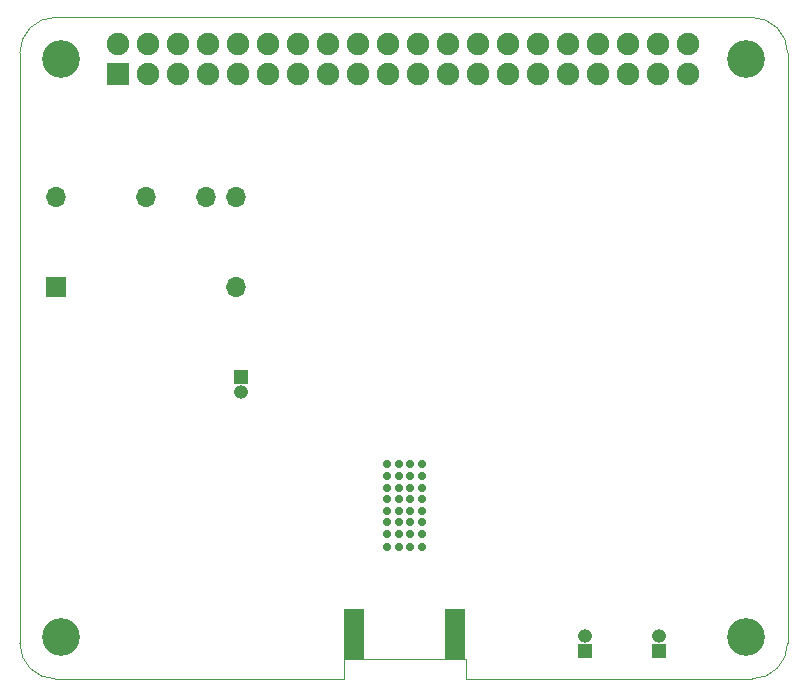
<source format=gbr>
G04 #@! TF.GenerationSoftware,KiCad,Pcbnew,5.0.0-fee4fd1~66~ubuntu18.04.1*
G04 #@! TF.CreationDate,2018-11-03T07:12:00+00:00*
G04 #@! TF.ProjectId,DDS-hat,4444532D6861742E6B696361645F7063,rev?*
G04 #@! TF.SameCoordinates,Original*
G04 #@! TF.FileFunction,Soldermask,Bot*
G04 #@! TF.FilePolarity,Negative*
%FSLAX46Y46*%
G04 Gerber Fmt 4.6, Leading zero omitted, Abs format (unit mm)*
G04 Created by KiCad (PCBNEW 5.0.0-fee4fd1~66~ubuntu18.04.1) date Sat Nov  3 07:12:00 2018*
%MOMM*%
%LPD*%
G01*
G04 APERTURE LIST*
%ADD10C,0.100000*%
%ADD11R,1.200000X1.200000*%
%ADD12O,1.200000X1.200000*%
%ADD13O,1.700000X1.700000*%
%ADD14R,1.700000X1.700000*%
%ADD15R,1.700000X4.200000*%
%ADD16C,0.700000*%
%ADD17R,1.900000X1.900000*%
%ADD18O,1.900000X1.900000*%
%ADD19C,3.200000*%
G04 APERTURE END LIST*
D10*
X116300000Y-116820000D02*
X140546356Y-116817611D01*
X105960000Y-115110000D02*
X105960000Y-116817611D01*
X116300000Y-115110000D02*
X116300000Y-116820000D01*
X105960000Y-115110000D02*
X116300000Y-115110000D01*
X78546356Y-63817611D02*
X78546356Y-113817611D01*
X78546356Y-63817611D02*
G75*
G02X81546356Y-60817611I3000000J0D01*
G01*
X140546356Y-60817611D02*
X81546356Y-60817611D01*
X140546356Y-60817611D02*
G75*
G02X143546356Y-63817611I0J-3000000D01*
G01*
X143546356Y-113817611D02*
X143546356Y-63817611D01*
X81546356Y-116817611D02*
G75*
G02X78546356Y-113817611I0J3000000D01*
G01*
X81546356Y-116817611D02*
X105960000Y-116820000D01*
X143546351Y-113822847D02*
G75*
G02X140546356Y-116817611I-2999995J5236D01*
G01*
D11*
G04 #@! TO.C,J2*
X126380000Y-114430000D03*
D12*
X126380000Y-113160000D03*
G04 #@! TD*
G04 #@! TO.C,J5*
X97290000Y-92500000D03*
D11*
X97290000Y-91230000D03*
G04 #@! TD*
G04 #@! TO.C,J6*
X132640000Y-114440000D03*
D12*
X132640000Y-113170000D03*
G04 #@! TD*
D13*
G04 #@! TO.C,U4*
X81650000Y-76060000D03*
X96890000Y-83680000D03*
X89270000Y-76060000D03*
X94350000Y-76060000D03*
X96890000Y-76060000D03*
D14*
X81650000Y-83680000D03*
G04 #@! TD*
D15*
G04 #@! TO.C,J3*
X106860000Y-113040000D03*
X115360000Y-113040000D03*
G04 #@! TD*
D16*
G04 #@! TO.C,U5*
X110620000Y-101630000D03*
X111620000Y-101630000D03*
X110620000Y-102630000D03*
X111620000Y-102630000D03*
X111620000Y-104530000D03*
X110620000Y-104530000D03*
X110620000Y-103530000D03*
X111620000Y-103530000D03*
X109620000Y-102630000D03*
X109620000Y-104530000D03*
X109620000Y-103530000D03*
X109620000Y-101630000D03*
X112620000Y-101630000D03*
X112620000Y-104530000D03*
X112620000Y-102630000D03*
X112620000Y-103530000D03*
X111620000Y-100630000D03*
X112620000Y-100630000D03*
X109620000Y-99630000D03*
X110620000Y-100630000D03*
X112620000Y-99630000D03*
X109620000Y-100630000D03*
X110620000Y-99630000D03*
X111620000Y-99630000D03*
X112620000Y-98630000D03*
X111620000Y-98630000D03*
X109620000Y-98630000D03*
X110620000Y-98630000D03*
X110620000Y-105630000D03*
X109620000Y-105630000D03*
X112620000Y-105630000D03*
X111620000Y-105630000D03*
G04 #@! TD*
D17*
G04 #@! TO.C,J1*
X86890000Y-65610000D03*
D18*
X86890000Y-63070000D03*
X89430000Y-65610000D03*
X89430000Y-63070000D03*
X91970000Y-65610000D03*
X91970000Y-63070000D03*
X94510000Y-65610000D03*
X94510000Y-63070000D03*
X97050000Y-65610000D03*
X97050000Y-63070000D03*
X99590000Y-65610000D03*
X99590000Y-63070000D03*
X102130000Y-65610000D03*
X102130000Y-63070000D03*
X104670000Y-65610000D03*
X104670000Y-63070000D03*
X107210000Y-65610000D03*
X107210000Y-63070000D03*
X109750000Y-65610000D03*
X109750000Y-63070000D03*
X112290000Y-65610000D03*
X112290000Y-63070000D03*
X114830000Y-65610000D03*
X114830000Y-63070000D03*
X117370000Y-65610000D03*
X117370000Y-63070000D03*
X119910000Y-65610000D03*
X119910000Y-63070000D03*
X122450000Y-65610000D03*
X122450000Y-63070000D03*
X124990000Y-65610000D03*
X124990000Y-63070000D03*
X127530000Y-65610000D03*
X127530000Y-63070000D03*
X130070000Y-65610000D03*
X130070000Y-63070000D03*
X132610000Y-65610000D03*
X132610000Y-63070000D03*
X135150000Y-65610000D03*
X135150000Y-63070000D03*
G04 #@! TD*
D19*
G04 #@! TO.C,H1*
X82040000Y-64310000D03*
G04 #@! TD*
G04 #@! TO.C,H2*
X140040000Y-64330000D03*
G04 #@! TD*
G04 #@! TO.C,H3*
X82040000Y-113320000D03*
G04 #@! TD*
G04 #@! TO.C,H4*
X140030000Y-113310000D03*
G04 #@! TD*
M02*

</source>
